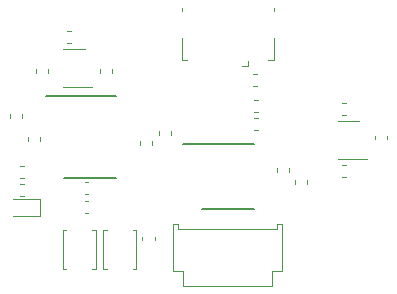
<source format=gbr>
G04 #@! TF.GenerationSoftware,KiCad,Pcbnew,(5.1.5-0-10_14)*
G04 #@! TF.CreationDate,2020-08-22T00:12:21-07:00*
G04 #@! TF.ProjectId,Sense_board,57726973-745f-4536-956e-73655f626f61,rev?*
G04 #@! TF.SameCoordinates,Original*
G04 #@! TF.FileFunction,Legend,Top*
G04 #@! TF.FilePolarity,Positive*
%FSLAX46Y46*%
G04 Gerber Fmt 4.6, Leading zero omitted, Abs format (unit mm)*
G04 Created by KiCad (PCBNEW (5.1.5-0-10_14)) date 2020-08-22 00:12:21*
%MOMM*%
%LPD*%
G04 APERTURE LIST*
%ADD10C,0.150000*%
%ADD11C,0.120000*%
G04 APERTURE END LIST*
D10*
X116800000Y-59425000D02*
X121200000Y-59425000D01*
X115225000Y-53900000D02*
X121200000Y-53900000D01*
X103600000Y-49850000D02*
X109575000Y-49850000D01*
X105125000Y-56750000D02*
X109575000Y-56750000D01*
D11*
X114210000Y-52787221D02*
X114210000Y-53112779D01*
X113190000Y-52787221D02*
X113190000Y-53112779D01*
X101610000Y-51662779D02*
X101610000Y-51337221D01*
X100590000Y-51662779D02*
X100590000Y-51337221D01*
X121187221Y-47940000D02*
X121512779Y-47940000D01*
X121187221Y-48960000D02*
X121512779Y-48960000D01*
X112610000Y-53687221D02*
X112610000Y-54012779D01*
X111590000Y-53687221D02*
X111590000Y-54012779D01*
X103110000Y-53287221D02*
X103110000Y-53612779D01*
X102090000Y-53287221D02*
X102090000Y-53612779D01*
X121562779Y-51210000D02*
X121237221Y-51210000D01*
X121562779Y-50190000D02*
X121237221Y-50190000D01*
X121562779Y-51690000D02*
X121237221Y-51690000D01*
X121562779Y-52710000D02*
X121237221Y-52710000D01*
X101762779Y-55790000D02*
X101437221Y-55790000D01*
X101762779Y-56810000D02*
X101437221Y-56810000D01*
X109210000Y-47912779D02*
X109210000Y-47587221D01*
X108190000Y-47912779D02*
X108190000Y-47587221D01*
X105437221Y-45360000D02*
X105762779Y-45360000D01*
X105437221Y-44340000D02*
X105762779Y-44340000D01*
X102790000Y-47912779D02*
X102790000Y-47587221D01*
X103810000Y-47912779D02*
X103810000Y-47587221D01*
X132510000Y-53187221D02*
X132510000Y-53512779D01*
X131490000Y-53187221D02*
X131490000Y-53512779D01*
X123190000Y-55937221D02*
X123190000Y-56262779D01*
X124210000Y-55937221D02*
X124210000Y-56262779D01*
X124740000Y-56987221D02*
X124740000Y-57312779D01*
X125760000Y-56987221D02*
X125760000Y-57312779D01*
X128687221Y-51460000D02*
X129012779Y-51460000D01*
X128687221Y-50440000D02*
X129012779Y-50440000D01*
X128687221Y-55640000D02*
X129012779Y-55640000D01*
X128687221Y-56660000D02*
X129012779Y-56660000D01*
X106887221Y-58690000D02*
X107212779Y-58690000D01*
X106887221Y-59710000D02*
X107212779Y-59710000D01*
X106887221Y-58160000D02*
X107212779Y-58160000D01*
X106887221Y-57140000D02*
X107212779Y-57140000D01*
X111790000Y-61737221D02*
X111790000Y-62062779D01*
X112810000Y-61737221D02*
X112810000Y-62062779D01*
X107550000Y-64450000D02*
X107850000Y-64450000D01*
X107850000Y-64450000D02*
X107850000Y-61150000D01*
X107850000Y-61150000D02*
X107550000Y-61150000D01*
X105350000Y-64450000D02*
X105050000Y-64450000D01*
X105050000Y-64450000D02*
X105050000Y-61150000D01*
X105050000Y-61150000D02*
X105350000Y-61150000D01*
X108450000Y-61150000D02*
X108750000Y-61150000D01*
X108450000Y-64450000D02*
X108450000Y-61150000D01*
X108750000Y-64450000D02*
X108450000Y-64450000D01*
X111250000Y-61150000D02*
X110950000Y-61150000D01*
X111250000Y-64450000D02*
X111250000Y-61150000D01*
X110950000Y-64450000D02*
X111250000Y-64450000D01*
X105100000Y-49060000D02*
X107550000Y-49060000D01*
X106900000Y-45840000D02*
X105100000Y-45840000D01*
X130150000Y-51940000D02*
X128350000Y-51940000D01*
X128350000Y-55160000D02*
X130800000Y-55160000D01*
X122900000Y-46762500D02*
X122450000Y-46762500D01*
X122900000Y-44912500D02*
X122900000Y-46762500D01*
X115100000Y-42362500D02*
X115100000Y-42612500D01*
X122900000Y-42362500D02*
X122900000Y-42612500D01*
X115100000Y-44912500D02*
X115100000Y-46762500D01*
X115100000Y-46762500D02*
X115550000Y-46762500D01*
X120700000Y-47312500D02*
X120250000Y-47312500D01*
X120700000Y-47312500D02*
X120700000Y-46862500D01*
X115200000Y-64650000D02*
X114400000Y-64650000D01*
X115200000Y-65950000D02*
X115200000Y-64650000D01*
X122800000Y-65950000D02*
X115200000Y-65950000D01*
X122800000Y-64650000D02*
X122800000Y-65950000D01*
X123600000Y-64650000D02*
X122800000Y-64650000D01*
X123600000Y-60700000D02*
X123600000Y-64650000D01*
X123200000Y-60700000D02*
X123600000Y-60700000D01*
X123200000Y-61100000D02*
X123200000Y-60700000D01*
X114800000Y-61100000D02*
X123200000Y-61100000D01*
X114800000Y-60700000D02*
X114800000Y-61100000D01*
X114400000Y-60700000D02*
X114800000Y-60700000D01*
X114400000Y-64650000D02*
X114400000Y-60700000D01*
X100800000Y-60035000D02*
X103085000Y-60035000D01*
X103085000Y-60035000D02*
X103085000Y-58565000D01*
X103085000Y-58565000D02*
X100800000Y-58565000D01*
X101762779Y-57290000D02*
X101437221Y-57290000D01*
X101762779Y-58310000D02*
X101437221Y-58310000D01*
M02*

</source>
